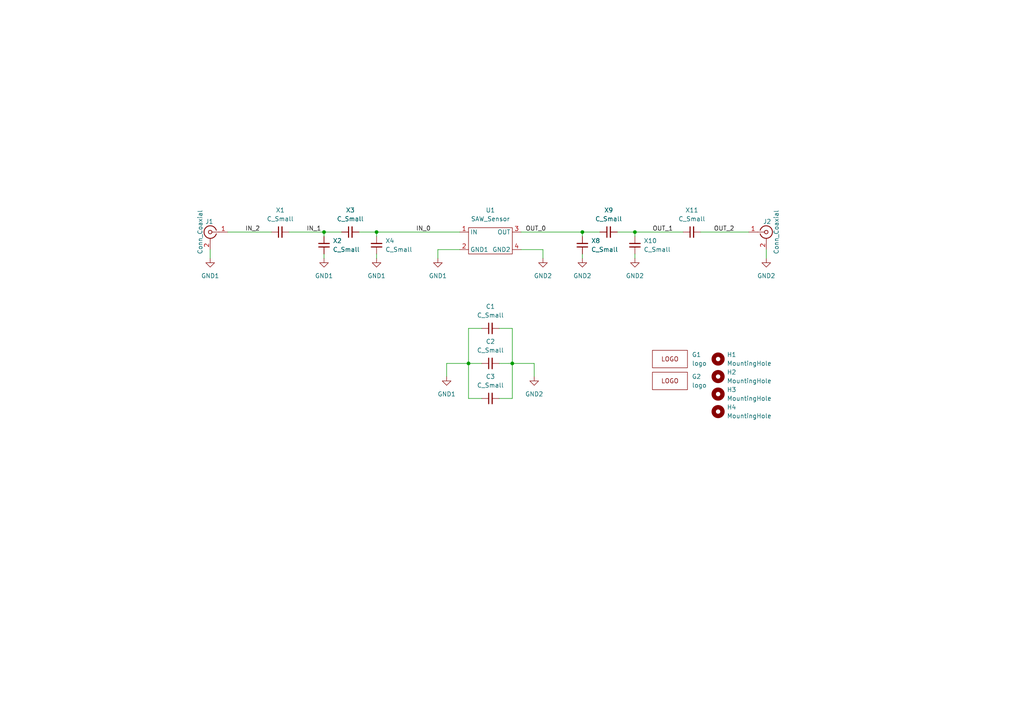
<source format=kicad_sch>
(kicad_sch (version 20230121) (generator eeschema)
  (paper "A4")
  (lib_symbols
    (symbol "Connector:Conn_Coaxial" (pin_names (offset 1.016) hide)
      (property "Reference" "J" (at 0.254 3.048 0))
      (property "Value" "Conn_Coaxial" (at 2.921 0 90))
      (symbol "Conn_Coaxial_0_1"
        (arc (start -1.778 -0.508) (mid 0.2311 -1.8066) (end 1.778 0) (stroke (width 0.254)))
        (polyline (pts (xy -2.54 0) (xy -0.508 0)))
        (polyline (pts (xy 0 -2.54) (xy 0 -1.778)))
        (circle (center 0 0) (radius 0.508) (stroke (width 0.2032)))
        (arc (start 1.778 0) (mid 0.2099 1.8101) (end -1.778 0.508) (stroke (width 0.254)))
      )
      (symbol "Conn_Coaxial_1_1"
        (pin passive line (at -5.08 0 0) (length 2.54) (name "In") (number "1"))
        (pin passive line (at 0 -5.08 90) (length 2.54) (name "Ext") (number "2"))
      )
    )
    (symbol "Device:C_Small" (pin_numbers hide) (pin_names (offset 0.254) hide)
      (property "Reference" "C" (at 0.254 1.778 0))
      (property "Value" "C_Small" (at 0.254 -2.032 0))
      (symbol "C_Small_0_1"
        (polyline (pts (xy -1.524 -0.508) (xy 1.524 -0.508)) (stroke (width 0.3302)))
        (polyline (pts (xy -1.524 0.508) (xy 1.524 0.508)) (stroke (width 0.3048)))
      )
      (symbol "C_Small_1_1"
        (pin passive line (at 0 2.54 270) (length 2.032) (name "~") (number "1"))
        (pin passive line (at 0 -2.54 90) (length 2.032) (name "~") (number "2"))
      )
    )
    (symbol "Mechanical:MountingHole" (pin_names (offset 1.016))
      (property "Reference" "H" (at 0 5.08 0))
      (property "Value" "MountingHole" (at 0 3.175 0))
      (symbol "MountingHole_0_1"
        (circle (center 0 0) (radius 1.27) (stroke (width 1.27)))
      )
    )
    (symbol "power:GND1" (power) (pin_names (offset 0))
      (property "Value" "GND1" (at 0 -3.81 0))
      (symbol "GND1_0_1"
        (polyline (pts (xy 0 0) (xy 0 -1.27) (xy 1.27 -1.27) (xy 0 -2.54) (xy -1.27 -1.27) (xy 0 -1.27)))
      )
      (symbol "GND1_1_1"
        (pin power_in line (at 0 0 270) (length 0) hide (name "GND1") (number "1"))
      )
    )
    (symbol "power:GND2" (power) (pin_names (offset 0))
      (property "Value" "GND2" (at 0 -3.81 0))
      (symbol "GND2_0_1"
        (polyline (pts (xy 0 0) (xy 0 -1.27) (xy 1.27 -1.27) (xy 0 -2.54) (xy -1.27 -1.27) (xy 0 -1.27)))
      )
      (symbol "GND2_1_1"
        (pin power_in line (at 0 0 270) (length 0) hide (name "GND2") (number "1"))
      )
    )
    (symbol "saw_sensor:SAW_Sensor"
      (property "Reference" "U" (at 0 -5.08 0))
      (property "Value" "SAW_Sensor" (at 0 5.08 0))
      (symbol "SAW_Sensor_0_1"
        (rectangle (start -6.35 3.81) (end 6.35 -3.81))
      )
      (symbol "SAW_Sensor_1_1"
        (pin input line (at -8.89 2.54 0) (length 2.54) (name "IN") (number "1"))
        (pin power_in line (at -8.89 -2.54 0) (length 2.54) (name "GND1") (number "2"))
        (pin output line (at 8.89 2.54 180) (length 2.54) (name "OUT") (number "3"))
        (pin power_in line (at 8.89 -2.54 180) (length 2.54) (name "GND2") (number "4"))
      )
    )
    (symbol "saw_sensor:logo"
      (property "Reference" "G" (at 3.81 -3.81 0))
      (property "Value" "logo" (at -3.81 -3.81 0))
      (symbol "logo_0_0"
        (text "LOGO" (at 0 0 0) (effects (font (size 1.27 1.27))))
      )
      (symbol "logo_0_1"
        (rectangle (start -5.08 2.54) (end 5.08 -2.54))
      )
    )
  )
  (junction (at 93.98 67.31))
  (junction (at 148.59 105.41))
  (junction (at 135.89 105.41))
  (junction (at 168.91 67.31))
  (junction (at 109.22 67.31))
  (junction (at 184.15 67.31))
  (wire (pts (xy 139.7 115.57) (xy 135.89 115.57)))
  (wire (pts (xy 93.98 73.66) (xy 93.98 74.93)))
  (wire (pts (xy 135.89 105.41) (xy 139.7 105.41)))
  (wire (pts (xy 135.89 115.57) (xy 135.89 105.41)))
  (wire (pts (xy 154.94 109.22) (xy 154.94 105.41)))
  (wire (pts (xy 222.25 72.39) (xy 222.25 74.93)))
  (wire (pts (xy 83.82 67.31) (xy 93.98 67.31)))
  (wire (pts (xy 184.15 73.66) (xy 184.15 74.93)))
  (wire (pts (xy 109.22 67.31) (xy 133.35 67.31)))
  (wire (pts (xy 151.13 67.31) (xy 168.91 67.31)))
  (wire (pts (xy 93.98 67.31) (xy 99.06 67.31)))
  (wire (pts (xy 93.98 67.31) (xy 93.98 68.58)))
  (wire (pts (xy 135.89 95.25) (xy 135.89 105.41)))
  (wire (pts (xy 109.22 73.66) (xy 109.22 74.93)))
  (wire (pts (xy 184.15 67.31) (xy 198.12 67.31)))
  (wire (pts (xy 127 72.39) (xy 127 74.93)))
  (wire (pts (xy 129.54 109.22) (xy 129.54 105.41)))
  (wire (pts (xy 66.04 67.31) (xy 78.74 67.31)))
  (wire (pts (xy 157.48 72.39) (xy 157.48 74.93)))
  (wire (pts (xy 148.59 105.41) (xy 148.59 95.25)))
  (wire (pts (xy 168.91 67.31) (xy 173.99 67.31)))
  (wire (pts (xy 148.59 115.57) (xy 148.59 105.41)))
  (wire (pts (xy 133.35 72.39) (xy 127 72.39)))
  (wire (pts (xy 60.96 72.39) (xy 60.96 74.93)))
  (wire (pts (xy 168.91 67.31) (xy 168.91 68.58)))
  (wire (pts (xy 139.7 95.25) (xy 135.89 95.25)))
  (wire (pts (xy 154.94 105.41) (xy 148.59 105.41)))
  (wire (pts (xy 129.54 105.41) (xy 135.89 105.41)))
  (wire (pts (xy 151.13 72.39) (xy 157.48 72.39)))
  (wire (pts (xy 104.14 67.31) (xy 109.22 67.31)))
  (wire (pts (xy 109.22 67.31) (xy 109.22 68.58)))
  (wire (pts (xy 144.78 115.57) (xy 148.59 115.57)))
  (wire (pts (xy 184.15 67.31) (xy 184.15 68.58)))
  (wire (pts (xy 203.2 67.31) (xy 217.17 67.31)))
  (wire (pts (xy 148.59 95.25) (xy 144.78 95.25)))
  (wire (pts (xy 144.78 105.41) (xy 148.59 105.41)))
  (wire (pts (xy 179.07 67.31) (xy 184.15 67.31)))
  (wire (pts (xy 168.91 73.66) (xy 168.91 74.93)))
  (label "IN_2" (at 71.12 67.31 0))
  (label "OUT_2" (at 207.01 67.31 0))
  (label "OUT_0" (at 152.4 67.31 0))
  (label "OUT_1" (at 189.23 67.31 0))
  (label "IN_0" (at 120.65 67.31 0))
  (label "IN_1" (at 88.9 67.31 0))
  (symbol (lib_id "power:GND2") (at 157.48 74.93 0) (unit 1)
    (property "Reference" "#PWR07" (effects hide))
    (property "Value" "GND2" (at 157.48 80.01 0))
  )
  (symbol (lib_id "Mechanical:MountingHole") (at 208.28 114.3 0) (unit 1)
    (property "Reference" "H3" (at 210.82 113.0299 0) (effects (justify left)))
    (property "Value" "MountingHole" (at 210.82 115.5699 0) (effects (justify left)))
    (property "Footprint" "MountingHole:MountingHole_3.2mm_M3" (effects hide))
  )
  (symbol (lib_id "power:GND1") (at 127 74.93 0) (unit 1)
    (property "Reference" "#PWR04" (effects hide))
    (property "Value" "GND1" (at 127 80.01 0))
  )
  (symbol (lib_id "Mechanical:MountingHole") (at 208.28 104.14 0) (unit 1)
    (property "Reference" "H1" (at 210.82 102.8699 0) (effects (justify left)))
    (property "Value" "MountingHole" (at 210.82 105.4099 0) (effects (justify left)))
    (property "Footprint" "MountingHole:MountingHole_3.2mm_M3" (effects hide))
  )
  (symbol (lib_id "power:GND1") (at 109.22 74.93 0) (unit 1)
    (property "Reference" "#PWR0101" (effects hide))
    (property "Value" "GND1" (at 109.22 80.01 0))
  )
  (symbol (lib_id "Device:C_Small") (at 200.66 67.31 90) (unit 1)
    (property "Reference" "X11" (at 200.6663 60.96 90))
    (property "Value" "C_Small" (at 200.6663 63.5 90))
    (property "Footprint" "Capacitor_SMD:C_0603_1608Metric" (effects hide))
  )
  (symbol (lib_id "Device:C_Small") (at 81.28 67.31 90) (unit 1)
    (property "Reference" "X1" (at 81.2863 60.96 90))
    (property "Value" "C_Small" (at 81.2863 63.5 90))
    (property "Footprint" "Capacitor_SMD:C_0603_1608Metric" (effects hide))
  )
  (symbol (lib_id "Device:C_Small") (at 168.91 71.12 180) (unit 1)
    (property "Reference" "X8" (at 171.45 69.8436 0) (effects (justify right)))
    (property "Value" "C_Small" (at 171.45 72.3836 0) (effects (justify right)))
    (property "Footprint" "Capacitor_SMD:C_0603_1608Metric" (effects hide))
  )
  (symbol (lib_id "Device:C_Small") (at 142.24 105.41 90) (unit 1)
    (property "Reference" "C2" (at 142.2463 99.06 90))
    (property "Value" "C_Small" (at 142.2463 101.6 90))
    (property "Footprint" "Capacitor_SMD:C_0603_1608Metric" (effects hide))
  )
  (symbol (lib_id "Device:C_Small") (at 93.98 71.12 180) (unit 1)
    (property "Reference" "X2" (at 96.52 69.8436 0) (effects (justify right)))
    (property "Value" "C_Small" (at 96.52 72.3836 0) (effects (justify right)))
    (property "Footprint" "Capacitor_SMD:C_0603_1608Metric" (effects hide))
  )
  (symbol (lib_id "power:GND1") (at 60.96 74.93 0) (unit 1)
    (property "Reference" "#PWR0103" (effects hide))
    (property "Value" "GND1" (at 60.96 80.01 0))
  )
  (symbol (lib_id "Connector:Conn_Coaxial") (at 60.96 67.31 0) (mirror y) (unit 1)
    (property "Reference" "J1" (at 60.706 64.262 0))
    (property "Value" "Conn_Coaxial" (at 58.039 67.31 90))
    (property "Footprint" "Connector_Coaxial:SMA_Amphenol_132134-11_Vertical" (effects hide))
    (property "Datasheet" " ~" (effects hide))
  )
  (symbol (lib_id "Connector:Conn_Coaxial") (at 222.25 67.31 0) (unit 1)
    (property "Reference" "J2" (at 222.504 64.262 0))
    (property "Value" "Conn_Coaxial" (at 225.171 67.31 90))
    (property "Footprint" "Connector_Coaxial:SMA_Amphenol_132134-11_Vertical" (effects hide))
    (property "Datasheet" " ~" (effects hide))
  )
  (symbol (lib_id "Device:C_Small") (at 101.6 67.31 90) (unit 1)
    (property "Reference" "X3" (at 101.6063 60.96 90))
    (property "Value" "C_Small" (at 101.6063 63.5 90))
    (property "Footprint" "Capacitor_SMD:C_0603_1608Metric" (effects hide))
  )
  (symbol (lib_id "power:GND2") (at 168.91 74.93 0) (unit 1)
    (property "Reference" "#PWR08" (effects hide))
    (property "Value" "GND2" (at 168.91 80.01 0))
  )
  (symbol (lib_id "Mechanical:MountingHole") (at 208.28 109.22 0) (unit 1)
    (property "Reference" "H2" (at 210.82 107.9499 0) (effects (justify left)))
    (property "Value" "MountingHole" (at 210.82 110.4899 0) (effects (justify left)))
    (property "Footprint" "MountingHole:MountingHole_3.2mm_M3" (effects hide))
  )
  (symbol (lib_id "Device:C_Small") (at 176.53 67.31 90) (unit 1)
    (property "Reference" "X9" (at 176.5363 60.96 90))
    (property "Value" "C_Small" (at 176.5363 63.5 90))
    (property "Footprint" "Capacitor_SMD:C_0603_1608Metric" (effects hide))
  )
  (symbol (lib_id "saw_sensor:logo") (at 194.31 110.49 0) (unit 1)
    (property "Reference" "G2" (at 200.66 109.22 0) (effects (justify left)))
    (property "Value" "logo" (at 200.66 111.76 0) (effects (justify left)))
    (property "Footprint" "saw_sensor:hs_wismar_logo_6_2mmx5mm" (effects hide))
  )
  (symbol (lib_id "Device:C_Small") (at 109.22 71.12 180) (unit 1)
    (property "Reference" "X4" (at 111.76 69.8436 0) (effects (justify right)))
    (property "Value" "C_Small" (at 111.76 72.3836 0) (effects (justify right)))
    (property "Footprint" "Capacitor_SMD:C_0603_1608Metric" (effects hide))
  )
  (symbol (lib_id "power:GND1") (at 129.54 109.22 0) (unit 1)
    (property "Reference" "#PWR05" (effects hide))
    (property "Value" "GND1" (at 129.54 114.3 0))
  )
  (symbol (lib_id "Mechanical:MountingHole") (at 208.28 119.38 0) (unit 1)
    (property "Reference" "H4" (at 210.82 118.1099 0) (effects (justify left)))
    (property "Value" "MountingHole" (at 210.82 120.6499 0) (effects (justify left)))
    (property "Footprint" "MountingHole:MountingHole_3.2mm_M3" (effects hide))
  )
  (symbol (lib_id "power:GND1") (at 93.98 74.93 0) (unit 1)
    (property "Reference" "#PWR0102" (effects hide))
    (property "Value" "GND1" (at 93.98 80.01 0))
  )
  (symbol (lib_id "power:GND2") (at 154.94 109.22 0) (unit 1)
    (property "Reference" "#PWR06" (effects hide))
    (property "Value" "GND2" (at 154.94 114.3 0))
  )
  (symbol (lib_id "Device:C_Small") (at 142.24 95.25 90) (unit 1)
    (property "Reference" "C1" (at 142.2463 88.9 90))
    (property "Value" "C_Small" (at 142.2463 91.44 90))
    (property "Footprint" "Capacitor_SMD:C_0603_1608Metric" (effects hide))
  )
  (symbol (lib_id "saw_sensor:SAW_Sensor") (at 142.24 69.85 0) (unit 1)
    (property "Reference" "U1" (at 142.24 60.96 0))
    (property "Value" "SAW_Sensor" (at 142.24 63.5 0))
    (property "Footprint" "saw_sensor:saw_sensor" (effects hide))
  )
  (symbol (lib_id "Device:C_Small") (at 142.24 115.57 90) (unit 1)
    (property "Reference" "C3" (at 142.2463 109.22 90))
    (property "Value" "C_Small" (at 142.2463 111.76 90))
    (property "Footprint" "Capacitor_SMD:C_0603_1608Metric" (effects hide))
  )
  (symbol (lib_id "saw_sensor:logo") (at 194.31 104.14 0) (unit 1)
    (property "Reference" "G1" (at 200.66 102.87 0) (effects (justify left)))
    (property "Value" "logo" (at 200.66 105.41 0) (effects (justify left)))
    (property "Footprint" "saw_sensor:hs_wismar_logo_12mmx9_2mm" (effects hide))
  )
  (symbol (lib_id "Device:C_Small") (at 184.15 71.12 180) (unit 1)
    (property "Reference" "X10" (at 186.69 69.8436 0) (effects (justify right)))
    (property "Value" "C_Small" (at 186.69 72.3836 0) (effects (justify right)))
    (property "Footprint" "Capacitor_SMD:C_0603_1608Metric" (effects hide))
  )
  (symbol (lib_id "power:GND2") (at 184.15 74.93 0) (unit 1)
    (property "Reference" "#PWR09" (effects hide))
    (property "Value" "GND2" (at 184.15 80.01 0))
  )
  (symbol (lib_id "power:GND2") (at 222.25 74.93 0) (unit 1)
    (property "Reference" "#PWR010" (effects hide))
    (property "Value" "GND2" (at 222.25 80.01 0))
  )
)
</source>
